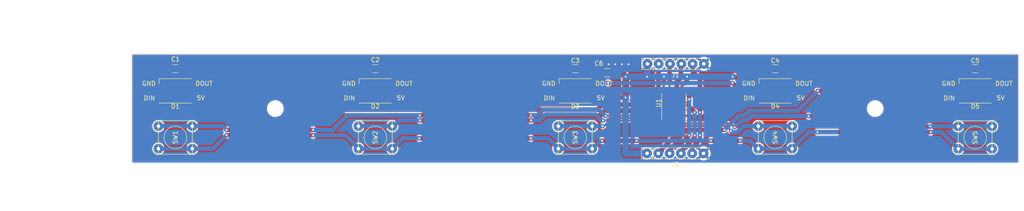
<source format=kicad_pcb>
(kicad_pcb (version 20171130) (host pcbnew "(5.1.6)-1")
  (layers (0 F.Cu signal) (31 B.Cu signal) (34 B.Paste user hide) (35 F.Paste user hide) (36 B.SilkS user hide) (37 F.SilkS user) (38 B.Mask user hide) (39 F.Mask user hide) (44 Edge.Cuts user))
  (net 0 "")
  (net 1 +5V)
  (net 2 GND)
  (net 3 DIN)
  (net 4 "Net-(D1-Pad2)")
  (net 5 "Net-(D2-Pad2)")
  (net 6 "Net-(D3-Pad2)")
  (net 7 "Net-(D4-Pad2)")
  (net 8 DOUT)
  (net 9 CLK)
  (net 10 SWIN)
  (net 11 SW)
  (net 12 SWOUT)
  (net 13 "Net-(SW1-Pad1)")
  (net 14 "Net-(SW2-Pad1)")
  (net 15 "Net-(SW3-Pad1)")
  (net 16 "Net-(SW4-Pad1)")
  (net 17 "Net-(SW5-Pad1)")
  (net 18 "Net-(U1-Pad6)")
  (net 19 "Net-(U1-Pad7)")
  (net 20 "Net-(U1-Pad15)")
  (module 0_my_footprints:myMountingHole_3.2mm_M3 (layer F.Cu) (at 32.5 -12.5)
    (fp_text reference REF**)
    (fp_text value myMountingHole_3.2mm_M3)
    (pad "" np_thru_hole circle (at 0 0) (size 3.2 3.2) (drill 3.2) (layers *.Cu *.Mask))
  )
  (module 0_my_footprints:myMountingHole_3.2mm_M3 (layer F.Cu) (at 167.5 -12.5)
    (fp_text reference REF**)
    (fp_text value myMountingHole_3.2mm_M3)
    (pad "" np_thru_hole circle (at 0 0) (size 3.2 3.2) (drill 3.2) (layers *.Cu *.Mask))
  )
  (module 0_my_footprints:myWS2812 (layer F.Cu) (at 10 -16.5 180)
    (fp_text reference D1 (at 0 -3.5) (layer F.SilkS))
    (fp_text value WS2812B)
    (fp_line (start 3.65 2.75) (end 3.65 1.6) (layer F.SilkS) (width 0.12))
    (fp_line (start -3.65 2.75) (end 3.65 2.75) (layer F.SilkS) (width 0.12))
    (fp_line (start -3.65 -2.75) (end 3.65 -2.75) (layer F.SilkS) (width 0.12))
    (fp_text user 5V (at -5.715 -1.6) (layer F.SilkS))
    (fp_text user GND (at 5.969 1.651) (layer F.SilkS))
    (fp_text user DIN (at 5.842 -1.651) (layer F.SilkS))
    (fp_text user DOUT (at -6.477 1.651) (layer F.SilkS))
    (pad 3 smd rect (at 2.95 1.6 180) (size 3 1.5) (layers F.Cu F.Paste F.Mask) (net 2 GND))
    (pad 4 smd rect (at 2.95 -1.6 180) (size 3 1.5) (layers F.Cu F.Paste F.Mask) (net 3 DIN))
    (pad 2 smd rect (at -2.95 1.6 180) (size 3 1.5) (layers F.Cu F.Paste F.Mask) (net 4 "Net-(D1-Pad2)"))
    (pad 1 smd rect (at -2.95 -1.6 180) (size 3 1.5) (layers F.Cu F.Paste F.Mask) (net 1 +5V))
  )
  (module 0_my_footprints:myWS2812 (layer F.Cu) (at 55 -16.5 180)
    (fp_text reference D2 (at 0 -3.5) (layer F.SilkS))
    (fp_text value WS2812B)
    (fp_line (start -3.65 -2.75) (end 3.65 -2.75) (layer F.SilkS) (width 0.12))
    (fp_line (start -3.65 2.75) (end 3.65 2.75) (layer F.SilkS) (width 0.12))
    (fp_line (start 3.65 2.75) (end 3.65 1.6) (layer F.SilkS) (width 0.12))
    (fp_text user DOUT (at -6.477 1.651) (layer F.SilkS))
    (fp_text user DIN (at 5.842 -1.651) (layer F.SilkS))
    (fp_text user GND (at 5.969 1.651) (layer F.SilkS))
    (fp_text user 5V (at -5.715 -1.6) (layer F.SilkS))
    (pad 1 smd rect (at -2.95 -1.6 180) (size 3 1.5) (layers F.Cu F.Paste F.Mask) (net 1 +5V))
    (pad 2 smd rect (at -2.95 1.6 180) (size 3 1.5) (layers F.Cu F.Paste F.Mask) (net 5 "Net-(D2-Pad2)"))
    (pad 4 smd rect (at 2.95 -1.6 180) (size 3 1.5) (layers F.Cu F.Paste F.Mask) (net 4 "Net-(D1-Pad2)"))
    (pad 3 smd rect (at 2.95 1.6 180) (size 3 1.5) (layers F.Cu F.Paste F.Mask) (net 2 GND))
  )
  (module 0_my_footprints:myWS2812 (layer F.Cu) (at 100 -16.5 180)
    (fp_text reference D3 (at 0 -3.5) (layer F.SilkS))
    (fp_text value WS2812B)
    (fp_line (start 3.65 2.75) (end 3.65 1.6) (layer F.SilkS) (width 0.12))
    (fp_line (start -3.65 2.75) (end 3.65 2.75) (layer F.SilkS) (width 0.12))
    (fp_line (start -3.65 -2.75) (end 3.65 -2.75) (layer F.SilkS) (width 0.12))
    (fp_text user 5V (at -5.715 -1.6) (layer F.SilkS))
    (fp_text user GND (at 5.969 1.651) (layer F.SilkS))
    (fp_text user DIN (at 5.842 -1.651) (layer F.SilkS))
    (fp_text user DOUT (at -6.477 1.651) (layer F.SilkS))
    (pad 3 smd rect (at 2.95 1.6 180) (size 3 1.5) (layers F.Cu F.Paste F.Mask) (net 2 GND))
    (pad 4 smd rect (at 2.95 -1.6 180) (size 3 1.5) (layers F.Cu F.Paste F.Mask) (net 5 "Net-(D2-Pad2)"))
    (pad 2 smd rect (at -2.95 1.6 180) (size 3 1.5) (layers F.Cu F.Paste F.Mask) (net 6 "Net-(D3-Pad2)"))
    (pad 1 smd rect (at -2.95 -1.6 180) (size 3 1.5) (layers F.Cu F.Paste F.Mask) (net 1 +5V))
  )
  (module 0_my_footprints:myWS2812 (layer F.Cu) (at 145 -16.5 180)
    (fp_text reference D4 (at 0 -3.5) (layer F.SilkS))
    (fp_text value WS2812B)
    (fp_line (start -3.65 -2.75) (end 3.65 -2.75) (layer F.SilkS) (width 0.12))
    (fp_line (start -3.65 2.75) (end 3.65 2.75) (layer F.SilkS) (width 0.12))
    (fp_line (start 3.65 2.75) (end 3.65 1.6) (layer F.SilkS) (width 0.12))
    (fp_text user DOUT (at -6.477 1.651) (layer F.SilkS))
    (fp_text user DIN (at 5.842 -1.651) (layer F.SilkS))
    (fp_text user GND (at 5.969 1.651) (layer F.SilkS))
    (fp_text user 5V (at -5.715 -1.6) (layer F.SilkS))
    (pad 1 smd rect (at -2.95 -1.6 180) (size 3 1.5) (layers F.Cu F.Paste F.Mask) (net 1 +5V))
    (pad 2 smd rect (at -2.95 1.6 180) (size 3 1.5) (layers F.Cu F.Paste F.Mask) (net 7 "Net-(D4-Pad2)"))
    (pad 4 smd rect (at 2.95 -1.6 180) (size 3 1.5) (layers F.Cu F.Paste F.Mask) (net 6 "Net-(D3-Pad2)"))
    (pad 3 smd rect (at 2.95 1.6 180) (size 3 1.5) (layers F.Cu F.Paste F.Mask) (net 2 GND))
  )
  (module 0_my_footprints:myWS2812 (layer F.Cu) (at 190 -16.5 180)
    (fp_text reference D5 (at 0 -3.5) (layer F.SilkS))
    (fp_text value WS2812B)
    (fp_line (start 3.65 2.75) (end 3.65 1.6) (layer F.SilkS) (width 0.12))
    (fp_line (start -3.65 2.75) (end 3.65 2.75) (layer F.SilkS) (width 0.12))
    (fp_line (start -3.65 -2.75) (end 3.65 -2.75) (layer F.SilkS) (width 0.12))
    (fp_text user 5V (at -5.715 -1.6) (layer F.SilkS))
    (fp_text user GND (at 5.969 1.651) (layer F.SilkS))
    (fp_text user DIN (at 5.842 -1.651) (layer F.SilkS))
    (fp_text user DOUT (at -6.477 1.651) (layer F.SilkS))
    (pad 3 smd rect (at 2.95 1.6 180) (size 3 1.5) (layers F.Cu F.Paste F.Mask) (net 2 GND))
    (pad 4 smd rect (at 2.95 -1.6 180) (size 3 1.5) (layers F.Cu F.Paste F.Mask) (net 7 "Net-(D4-Pad2)"))
    (pad 2 smd rect (at -2.95 1.6 180) (size 3 1.5) (layers F.Cu F.Paste F.Mask) (net 8 DOUT))
    (pad 1 smd rect (at -2.95 -1.6 180) (size 3 1.5) (layers F.Cu F.Paste F.Mask) (net 1 +5V))
  )
  (module 0_my_footprints:my6Pin-08mm (layer F.Cu) (at 122.59 -22.6)
    (fp_text reference J1 (at 0 2.54) (layer F.SilkS))
    (fp_text value Conn_01x06)
    (fp_line (start -7.62 -1.27) (end -7.62 1.27) (layer F.SilkS) (width 0.12))
    (fp_line (start -7.62 1.27) (end 7.62 1.27) (layer F.SilkS) (width 0.12))
    (fp_line (start 7.62 1.27) (end 7.62 -1.27) (layer F.SilkS) (width 0.12))
    (fp_line (start 7.62 -1.27) (end -7.62 -1.27) (layer F.SilkS) (width 0.12))
    (fp_line (start -7.62 -1.27) (end -5.08 -1.27) (layer F.SilkS) (width 0.12))
    (fp_line (start -5.08 -1.27) (end -5.08 1.27) (layer F.SilkS) (width 0.12))
    (pad 1 thru_hole circle (at -6.35 0) (size 2.2 2.2) (drill 0.8) (layers *.Cu *.Mask) (net 1 +5V))
    (pad 2 thru_hole circle (at -3.81 0) (size 2.2 2.2) (drill 0.8) (layers *.Cu *.Mask) (net 3 DIN))
    (pad 3 thru_hole circle (at -1.27 0) (size 2.2 2.2) (drill 0.8) (layers *.Cu *.Mask) (net 10 SWIN))
    (pad 4 thru_hole circle (at 1.27 0) (size 2.2 2.2) (drill 0.8) (layers *.Cu *.Mask) (net 9 CLK))
    (pad 5 thru_hole circle (at 3.81 0) (size 2.2 2.2) (drill 0.8) (layers *.Cu *.Mask) (net 11 SW))
    (pad 6 thru_hole circle (at 6.35 0) (size 2.2 2.2) (drill 0.8) (layers *.Cu *.Mask) (net 2 GND))
  )
  (module 0_my_footprints:my6Pin-08mm (layer F.Cu) (at 122.5 -2.4)
    (fp_text reference J2 (at 0 2.54) (layer F.SilkS))
    (fp_text value Conn_01x06)
    (fp_line (start -5.08 -1.27) (end -5.08 1.27) (layer F.SilkS) (width 0.12))
    (fp_line (start -7.62 -1.27) (end -5.08 -1.27) (layer F.SilkS) (width 0.12))
    (fp_line (start 7.62 -1.27) (end -7.62 -1.27) (layer F.SilkS) (width 0.12))
    (fp_line (start 7.62 1.27) (end 7.62 -1.27) (layer F.SilkS) (width 0.12))
    (fp_line (start -7.62 1.27) (end 7.62 1.27) (layer F.SilkS) (width 0.12))
    (fp_line (start -7.62 -1.27) (end -7.62 1.27) (layer F.SilkS) (width 0.12))
    (pad 6 thru_hole circle (at 6.35 0) (size 2.2 2.2) (drill 0.8) (layers *.Cu *.Mask) (net 2 GND))
    (pad 5 thru_hole circle (at 3.81 0) (size 2.2 2.2) (drill 0.8) (layers *.Cu *.Mask) (net 11 SW))
    (pad 4 thru_hole circle (at 1.27 0) (size 2.2 2.2) (drill 0.8) (layers *.Cu *.Mask) (net 9 CLK))
    (pad 3 thru_hole circle (at -1.27 0) (size 2.2 2.2) (drill 0.8) (layers *.Cu *.Mask) (net 12 SWOUT))
    (pad 2 thru_hole circle (at -3.81 0) (size 2.2 2.2) (drill 0.8) (layers *.Cu *.Mask) (net 8 DOUT))
    (pad 1 thru_hole circle (at -6.35 0) (size 2.2 2.2) (drill 0.8) (layers *.Cu *.Mask) (net 1 +5V))
  )
  (module 0_my_footprints:mySwitchSoft (layer F.Cu) (at 10 -6 270)
    (fp_text reference SW1 (at 0 0 90) (layer F.SilkS))
    (fp_text value SW1)
    (fp_line (start -3.81 -3.81) (end -3.81 3.81) (layer F.SilkS) (width 0.12))
    (fp_line (start -3.81 3.81) (end 3.81 3.81) (layer F.SilkS) (width 0.12))
    (fp_line (start 3.81 3.81) (end 3.81 -3.81) (layer F.SilkS) (width 0.12))
    (fp_line (start 3.81 -3.81) (end -3.81 -3.81) (layer F.SilkS) (width 0.12))
    (fp_circle (center 0 0) (end 0 -2.54) (layer F.SilkS) (width 0.12))
    (pad 1 thru_hole circle (at -2.54 3.81 270) (size 2.2 2.2) (drill 0.8) (layers *.Cu *.Mask) (net 13 "Net-(SW1-Pad1)"))
    (pad 2 thru_hole circle (at 2.54 3.81 270) (size 2.2 2.2) (drill 0.8) (layers *.Cu *.Mask) (net 11 SW))
    (pad 1 thru_hole circle (at -2.54 -3.81 270) (size 2.2 2.2) (drill 0.8) (layers *.Cu *.Mask) (net 13 "Net-(SW1-Pad1)"))
    (pad 2 thru_hole circle (at 2.54 -3.81 270) (size 2.2 2.2) (drill 0.8) (layers *.Cu *.Mask) (net 11 SW))
  )
  (module 0_my_footprints:mySwitchSoft (layer F.Cu) (at 55 -6 270)
    (fp_text reference SW2 (at 0 0 90) (layer F.SilkS))
    (fp_text value SW1)
    (fp_circle (center 0 0) (end 0 -2.54) (layer F.SilkS) (width 0.12))
    (fp_line (start 3.81 -3.81) (end -3.81 -3.81) (layer F.SilkS) (width 0.12))
    (fp_line (start 3.81 3.81) (end 3.81 -3.81) (layer F.SilkS) (width 0.12))
    (fp_line (start -3.81 3.81) (end 3.81 3.81) (layer F.SilkS) (width 0.12))
    (fp_line (start -3.81 -3.81) (end -3.81 3.81) (layer F.SilkS) (width 0.12))
    (pad 2 thru_hole circle (at 2.54 -3.81 270) (size 2.2 2.2) (drill 0.8) (layers *.Cu *.Mask) (net 11 SW))
    (pad 1 thru_hole circle (at -2.54 -3.81 270) (size 2.2 2.2) (drill 0.8) (layers *.Cu *.Mask) (net 14 "Net-(SW2-Pad1)"))
    (pad 2 thru_hole circle (at 2.54 3.81 270) (size 2.2 2.2) (drill 0.8) (layers *.Cu *.Mask) (net 11 SW))
    (pad 1 thru_hole circle (at -2.54 3.81 270) (size 2.2 2.2) (drill 0.8) (layers *.Cu *.Mask) (net 14 "Net-(SW2-Pad1)"))
  )
  (module 0_my_footprints:mySwitchSoft (layer F.Cu) (at 100 -6 270)
    (fp_text reference SW3 (at 0 0 90) (layer F.SilkS))
    (fp_text value SW1)
    (fp_line (start -3.81 -3.81) (end -3.81 3.81) (layer F.SilkS) (width 0.12))
    (fp_line (start -3.81 3.81) (end 3.81 3.81) (layer F.SilkS) (width 0.12))
    (fp_line (start 3.81 3.81) (end 3.81 -3.81) (layer F.SilkS) (width 0.12))
    (fp_line (start 3.81 -3.81) (end -3.81 -3.81) (layer F.SilkS) (width 0.12))
    (fp_circle (center 0 0) (end 0 -2.54) (layer F.SilkS) (width 0.12))
    (pad 1 thru_hole circle (at -2.54 3.81 270) (size 2.2 2.2) (drill 0.8) (layers *.Cu *.Mask) (net 15 "Net-(SW3-Pad1)"))
    (pad 2 thru_hole circle (at 2.54 3.81 270) (size 2.2 2.2) (drill 0.8) (layers *.Cu *.Mask) (net 11 SW))
    (pad 1 thru_hole circle (at -2.54 -3.81 270) (size 2.2 2.2) (drill 0.8) (layers *.Cu *.Mask) (net 15 "Net-(SW3-Pad1)"))
    (pad 2 thru_hole circle (at 2.54 -3.81 270) (size 2.2 2.2) (drill 0.8) (layers *.Cu *.Mask) (net 11 SW))
  )
  (module 0_my_footprints:mySwitchSoft (layer F.Cu) (at 145 -6 270)
    (fp_text reference SW4 (at 0 0 90) (layer F.SilkS))
    (fp_text value SW1)
    (fp_circle (center 0 0) (end 0 -2.54) (layer F.SilkS) (width 0.12))
    (fp_line (start 3.81 -3.81) (end -3.81 -3.81) (layer F.SilkS) (width 0.12))
    (fp_line (start 3.81 3.81) (end 3.81 -3.81) (layer F.SilkS) (width 0.12))
    (fp_line (start -3.81 3.81) (end 3.81 3.81) (layer F.SilkS) (width 0.12))
    (fp_line (start -3.81 -3.81) (end -3.81 3.81) (layer F.SilkS) (width 0.12))
    (pad 2 thru_hole circle (at 2.54 -3.81 270) (size 2.2 2.2) (drill 0.8) (layers *.Cu *.Mask) (net 11 SW))
    (pad 1 thru_hole circle (at -2.54 -3.81 270) (size 2.2 2.2) (drill 0.8) (layers *.Cu *.Mask) (net 16 "Net-(SW4-Pad1)"))
    (pad 2 thru_hole circle (at 2.54 3.81 270) (size 2.2 2.2) (drill 0.8) (layers *.Cu *.Mask) (net 11 SW))
    (pad 1 thru_hole circle (at -2.54 3.81 270) (size 2.2 2.2) (drill 0.8) (layers *.Cu *.Mask) (net 16 "Net-(SW4-Pad1)"))
  )
  (module 0_my_footprints:mySwitchSoft (layer F.Cu) (at 190 -5.96 270)
    (fp_text reference SW5 (at 0 0 90) (layer F.SilkS))
    (fp_text value SW1)
    (fp_line (start -3.81 -3.81) (end -3.81 3.81) (layer F.SilkS) (width 0.12))
    (fp_line (start -3.81 3.81) (end 3.81 3.81) (layer F.SilkS) (width 0.12))
    (fp_line (start 3.81 3.81) (end 3.81 -3.81) (layer F.SilkS) (width 0.12))
    (fp_line (start 3.81 -3.81) (end -3.81 -3.81) (layer F.SilkS) (width 0.12))
    (fp_circle (center 0 0) (end 0 -2.54) (layer F.SilkS) (width 0.12))
    (pad 1 thru_hole circle (at -2.54 3.81 270) (size 2.2 2.2) (drill 0.8) (layers *.Cu *.Mask) (net 17 "Net-(SW5-Pad1)"))
    (pad 2 thru_hole circle (at 2.54 3.81 270) (size 2.2 2.2) (drill 0.8) (layers *.Cu *.Mask) (net 11 SW))
    (pad 1 thru_hole circle (at -2.54 -3.81 270) (size 2.2 2.2) (drill 0.8) (layers *.Cu *.Mask) (net 17 "Net-(SW5-Pad1)"))
    (pad 2 thru_hole circle (at 2.54 -3.81 270) (size 2.2 2.2) (drill 0.8) (layers *.Cu *.Mask) (net 11 SW))
  )
  (module Package_SO:TSSOP-16_4.4x5mm_P0.65mm (layer F.Cu) (at 122.2 -13.75 90)
    (fp_text reference U1 (at 0 -3.45 90) (layer F.SilkS))
    (fp_text value 74HC595)
    (fp_line (start 0 2.735) (end 2.2 2.735) (layer F.SilkS) (width 0.12))
    (fp_line (start 0 2.735) (end -2.2 2.735) (layer F.SilkS) (width 0.12))
    (fp_line (start 0 -2.735) (end 2.2 -2.735) (layer F.SilkS) (width 0.12))
    (fp_line (start 0 -2.735) (end -3.6 -2.735) (layer F.SilkS) (width 0.12))
    (pad 1 smd roundrect (at -2.8625 -2.275 90) (size 1.475 0.4) (layers F.Cu F.Paste F.Mask) (net 13 "Net-(SW1-Pad1)"))
    (pad 2 smd roundrect (at -2.8625 -1.625 90) (size 1.475 0.4) (layers F.Cu F.Paste F.Mask) (net 14 "Net-(SW2-Pad1)"))
    (pad 3 smd roundrect (at -2.8625 -0.975 90) (size 1.475 0.4) (layers F.Cu F.Paste F.Mask) (net 15 "Net-(SW3-Pad1)"))
    (pad 4 smd roundrect (at -2.8625 -0.325 90) (size 1.475 0.4) (layers F.Cu F.Paste F.Mask) (net 16 "Net-(SW4-Pad1)"))
    (pad 5 smd roundrect (at -2.8625 0.325 90) (size 1.475 0.4) (layers F.Cu F.Paste F.Mask) (net 17 "Net-(SW5-Pad1)"))
    (pad 6 smd roundrect (at -2.8625 0.975 90) (size 1.475 0.4) (layers F.Cu F.Paste F.Mask) (net 18 "Net-(U1-Pad6)"))
    (pad 7 smd roundrect (at -2.8625 1.625 90) (size 1.475 0.4) (layers F.Cu F.Paste F.Mask) (net 19 "Net-(U1-Pad7)"))
    (pad 8 smd roundrect (at -2.8625 2.275 90) (size 1.475 0.4) (layers F.Cu F.Paste F.Mask) (net 2 GND))
    (pad 9 smd roundrect (at 2.8625 2.275 90) (size 1.475 0.4) (layers F.Cu F.Paste F.Mask) (net 12 SWOUT))
    (pad 10 smd roundrect (at 2.8625 1.625 90) (size 1.475 0.4) (layers F.Cu F.Paste F.Mask) (net 1 +5V))
    (pad 11 smd roundrect (at 2.8625 0.975 90) (size 1.475 0.4) (layers F.Cu F.Paste F.Mask) (net 9 CLK))
    (pad 12 smd roundrect (at 2.8625 0.325 90) (size 1.475 0.4) (layers F.Cu F.Paste F.Mask) (net 9 CLK))
    (pad 13 smd roundrect (at 2.8625 -0.325 90) (size 1.475 0.4) (layers F.Cu F.Paste F.Mask) (net 2 GND))
    (pad 14 smd roundrect (at 2.8625 -0.975 90) (size 1.475 0.4) (layers F.Cu F.Paste F.Mask) (net 10 SWIN))
    (pad 15 smd roundrect (at 2.8625 -1.625 90) (size 1.475 0.4) (layers F.Cu F.Paste F.Mask) (net 20 "Net-(U1-Pad15)"))
    (pad 16 smd roundrect (at 2.8625 -2.275 90) (size 1.475 0.4) (layers F.Cu F.Paste F.Mask) (net 1 +5V))
  )
  (module Capacitor_SMD:C_1206_3216Metric_Pad1.42x1.75mm_HandSolder (layer F.Cu) (at 10 -21.5)
    (fp_text reference C1 (at 0.024999 -2.145001) (layer F.SilkS))
    (fp_text value 100nf)
    (fp_line (start -0.602064 -0.91) (end 0.602064 -0.91) (layer F.SilkS) (width 0.12))
    (fp_line (start -0.602064 0.91) (end 0.602064 0.91) (layer F.SilkS) (width 0.12))
    (pad 1 smd roundrect (at -1.4875 0) (size 1.425 1.75) (layers F.Cu F.Paste F.Mask) (roundrect_rratio 0.175439) (net 1 +5V))
    (pad 2 smd roundrect (at 1.4875 0) (size 1.425 1.75) (layers F.Cu F.Paste F.Mask) (roundrect_rratio 0.175439) (net 2 GND))
  )
  (module Capacitor_SMD:C_1206_3216Metric_Pad1.42x1.75mm_HandSolder (layer F.Cu) (at 55 -21.5)
    (fp_text reference C2 (at 0 -2) (layer F.SilkS))
    (fp_text value 100nf)
    (fp_line (start -0.602064 -0.91) (end 0.602064 -0.91) (layer F.SilkS) (width 0.12))
    (fp_line (start -0.602064 0.91) (end 0.602064 0.91) (layer F.SilkS) (width 0.12))
    (pad 1 smd roundrect (at -1.4875 0) (size 1.425 1.75) (layers F.Cu F.Paste F.Mask) (roundrect_rratio 0.175439) (net 1 +5V))
    (pad 2 smd roundrect (at 1.4875 0) (size 1.425 1.75) (layers F.Cu F.Paste F.Mask) (roundrect_rratio 0.175439) (net 2 GND))
  )
  (module Capacitor_SMD:C_1206_3216Metric_Pad1.42x1.75mm_HandSolder (layer F.Cu) (at 100 -21.5)
    (fp_text reference C3 (at 0 -1.82) (layer F.SilkS))
    (fp_text value 100nf)
    (fp_line (start -0.602064 0.91) (end 0.602064 0.91) (layer F.SilkS) (width 0.12))
    (fp_line (start -0.602064 -0.91) (end 0.602064 -0.91) (layer F.SilkS) (width 0.12))
    (pad 2 smd roundrect (at 1.4875 0) (size 1.425 1.75) (layers F.Cu F.Paste F.Mask) (roundrect_rratio 0.175439) (net 2 GND))
    (pad 1 smd roundrect (at -1.4875 0) (size 1.425 1.75) (layers F.Cu F.Paste F.Mask) (roundrect_rratio 0.175439) (net 1 +5V))
  )
  (module Capacitor_SMD:C_1206_3216Metric_Pad1.42x1.75mm_HandSolder (layer F.Cu) (at 145 -21.5)
    (fp_text reference C4 (at 0 -1.82) (layer F.SilkS))
    (fp_text value 100nf)
    (fp_line (start -0.602064 0.91) (end 0.602064 0.91) (layer F.SilkS) (width 0.12))
    (fp_line (start -0.602064 -0.91) (end 0.602064 -0.91) (layer F.SilkS) (width 0.12))
    (pad 2 smd roundrect (at 1.4875 0) (size 1.425 1.75) (layers F.Cu F.Paste F.Mask) (roundrect_rratio 0.175439) (net 2 GND))
    (pad 1 smd roundrect (at -1.4875 0) (size 1.425 1.75) (layers F.Cu F.Paste F.Mask) (roundrect_rratio 0.175439) (net 1 +5V))
  )
  (module Capacitor_SMD:C_1206_3216Metric_Pad1.42x1.75mm_HandSolder (layer F.Cu) (at 190 -21.5)
    (fp_text reference C5 (at 0 -1.82) (layer F.SilkS))
    (fp_text value 100nf)
    (fp_line (start -0.602064 -0.91) (end 0.602064 -0.91) (layer F.SilkS) (width 0.12))
    (fp_line (start -0.602064 0.91) (end 0.602064 0.91) (layer F.SilkS) (width 0.12))
    (pad 1 smd roundrect (at -1.4875 0) (size 1.425 1.75) (layers F.Cu F.Paste F.Mask) (roundrect_rratio 0.175439) (net 1 +5V))
    (pad 2 smd roundrect (at 1.4875 0) (size 1.425 1.75) (layers F.Cu F.Paste F.Mask) (roundrect_rratio 0.175439) (net 2 GND))
  )
  (module Capacitor_SMD:C_1206_3216Metric_Pad1.42x1.75mm_HandSolder (layer F.Cu) (at 107.2125 -20.6 180)
    (fp_text reference C6 (at 1.9125 2.1) (layer F.SilkS))
    (fp_text value 10uf)
    (fp_line (start -0.602064 0.91) (end 0.602064 0.91) (layer F.SilkS) (width 0.12))
    (fp_line (start -0.602064 -0.91) (end 0.602064 -0.91) (layer F.SilkS) (width 0.12))
    (pad 2 smd roundrect (at 1.4875 0 180) (size 1.425 1.75) (layers F.Cu F.Paste F.Mask) (roundrect_rratio 0.175439) (net 2 GND))
    (pad 1 smd roundrect (at -1.4875 0 180) (size 1.425 1.75) (layers F.Cu F.Paste F.Mask) (roundrect_rratio 0.175439) (net 1 +5V))
  )
  (gr_line (start 200 -25) (end 0 -25) (layer Edge.Cuts) (width 0.05))
  (gr_line (start 200 0) (end 200 -25) (layer Edge.Cuts) (width 0.05))
  (gr_line (start 0 0) (end 200 0) (layer Edge.Cuts) (width 0.05))
  (gr_line (start 0 -25) (end 0 0) (layer Edge.Cuts) (width 0.05))
  (segment (start 116.15 -22.2) (end 116.15 -19.7) (width 1.5) (layer B.Cu) (net 1))
  (segment (start 116.15 -19.7) (end 116.15 -19.7) (width 1.5) (layer B.Cu) (net 1))
  (segment (start 116.15 -19.7) (end 111.35 -19.7) (width 1.5) (layer B.Cu) (net 1))
  (segment (start 119.925 -16.6125) (end 119.925 -19.725) (width 0.4) (layer F.Cu) (net 1))
  (segment (start 119.925 -19.725) (end 119.925 -18.275) (width 1) (layer F.Cu) (net 1))
  (segment (start 123.825 -16.6125) (end 123.825 -17.407124) (width 0.4) (layer F.Cu) (net 1))
  (segment (start 124.917876 -18.5) (end 124.917876 -19.632124) (width 0.4) (layer F.Cu) (net 1))
  (segment (start 124.608938 -18.191062) (end 124.917876 -18.5) (width 1) (layer F.Cu) (net 1))
  (segment (start 123.825 -17.407124) (end 124.608938 -18.191062) (width 0.4) (layer F.Cu) (net 1))
  (segment (start 124.641062 -18.191062) (end 124.608938 -18.191062) (width 1) (layer F.Cu) (net 1))
  (segment (start 125.10999 -19.8) (end 125.10999 -18.65999) (width 1) (layer F.Cu) (net 1))
  (segment (start 125.10999 -18.65999) (end 124.641062 -18.191062) (width 1) (layer F.Cu) (net 1))
  (via (at 125.15 -19.7) (size 0.8) (drill 0.4) (layers F.Cu B.Cu) (net 1))
  (segment (start 119.95 -19.7) (end 125.15 -19.7) (width 1.5) (layer B.Cu) (net 1))
  (via (at 119.95 -19.7) (size 0.8) (drill 0.4) (layers F.Cu B.Cu) (net 1))
  (segment (start 111.35 -19.7) (end 111.35 -19.7) (width 1.5) (layer B.Cu) (net 1))
  (via (at 111.35 -19.7) (size 0.8) (drill 0.4) (layers F.Cu B.Cu) (net 1))
  (via (at 135.4 -19.7) (size 0.8) (drill 0.4) (layers F.Cu B.Cu) (net 1))
  (segment (start 116.15 -19.7) (end 119.95 -19.7) (width 1.5) (layer B.Cu) (net 1))
  (via (at 116.15 -19.7) (size 0.8) (drill 0.4) (layers F.Cu B.Cu) (net 1))
  (segment (start 125.15 -19.7) (end 135.4 -19.7) (width 1.5) (layer B.Cu) (net 1))
  (segment (start 12.95 -14.9) (end 13.1 -14.9) (width 1) (layer F.Cu) (net 1))
  (segment (start 57.95 -14.9) (end 57.95 -13.45) (width 1) (layer F.Cu) (net 1))
  (segment (start 191.74999 -14.45) (end 190.5 -13.20001) (width 1) (layer F.Cu) (net 1))
  (segment (start 192.95 -14.9) (end 192.95 -14.45) (width 1) (layer F.Cu) (net 1))
  (segment (start 135.965685 -19.7) (end 139.165685 -16.5) (width 1) (layer F.Cu) (net 1))
  (segment (start 135.4 -19.7) (end 135.965685 -19.7) (width 1) (layer F.Cu) (net 1))
  (segment (start 139.165685 -16.5) (end 144.9 -16.5) (width 1) (layer F.Cu) (net 1))
  (segment (start 144.9 -16.5) (end 146.5 -14.9) (width 1) (layer F.Cu) (net 1))
  (segment (start 146.5 -14.9) (end 147.6 -14.9) (width 1) (layer F.Cu) (net 1))
  (segment (start 116.15 -2.4) (end 111.3 -2.4) (width 1.5) (layer B.Cu) (net 1))
  (via (at 111.3 -15) (size 0.8) (drill 0.4) (layers F.Cu B.Cu) (net 1))
  (segment (start 26.40293 -14.9) (end 29.70294 -18.20001) (width 1) (layer F.Cu) (net 1))
  (segment (start 26.40293 -14.9) (end 26.4 -14.9) (width 1) (layer F.Cu) (net 1))
  (segment (start 26.4 -14.9) (end 26.1 -14.6) (width 1) (layer F.Cu) (net 1))
  (segment (start 26.1 -14.6) (end 14.2 -14.6) (width 1) (layer F.Cu) (net 1))
  (segment (start 111.3 -15) (end 104 -15) (width 1) (layer F.Cu) (net 1))
  (segment (start 111.35 -15.05) (end 111.3 -15) (width 1.5) (layer F.Cu) (net 1))
  (segment (start 111.35 -19.7) (end 111.35 -15.05) (width 1.5) (layer F.Cu) (net 1))
  (segment (start 111.3 -2.4) (end 111.3 -15) (width 1.5) (layer B.Cu) (net 1))
  (segment (start 99.349979 -13.449999) (end 94.989998 -13.45) (width 1) (layer F.Cu) (net 1))
  (segment (start 94.989998 -13.45) (end 57.95 -13.45) (width 1) (layer F.Cu) (net 1))
  (segment (start 102.95 -14.9) (end 100.79998 -14.9) (width 1) (layer F.Cu) (net 1))
  (segment (start 100.79998 -14.9) (end 99.349979 -13.449999) (width 1) (layer F.Cu) (net 1))
  (segment (start 57.95 -13.45) (end 40.05 -13.45) (width 1) (layer F.Cu) (net 1))
  (segment (start 35.29706 -18.20001) (end 34.39999 -18.20001) (width 1) (layer F.Cu) (net 1))
  (segment (start 39.59707 -13.9) (end 35.29706 -18.20001) (width 1) (layer F.Cu) (net 1))
  (segment (start 39.6 -13.9) (end 39.59707 -13.9) (width 1) (layer F.Cu) (net 1))
  (segment (start 40.05 -13.45) (end 39.6 -13.9) (width 1) (layer F.Cu) (net 1))
  (segment (start 34.39999 -18.20001) (end 35.39999 -18.20001) (width 1) (layer F.Cu) (net 1))
  (segment (start 29.70294 -18.20001) (end 34.39999 -18.20001) (width 1) (layer F.Cu) (net 1))
  (segment (start 147.95 -14.9) (end 148.260002 -14.9) (width 1) (layer F.Cu) (net 1))
  (segment (start 148.260002 -14.9) (end 151.060012 -17.70001) (width 1) (layer F.Cu) (net 1))
  (segment (start 173.40001 -17.39706) (end 177.59706 -13.20001) (width 1) (layer F.Cu) (net 1))
  (segment (start 173.09999 -17.70001) (end 151.060012 -17.70001) (width 1) (layer F.Cu) (net 1))
  (segment (start 173.40001 -17.39999) (end 173.09999 -17.70001) (width 1) (layer F.Cu) (net 1))
  (segment (start 173.40001 -17.39706) (end 173.40001 -17.39999) (width 1) (layer F.Cu) (net 1))
  (segment (start 8.5125 -21.5) (end 8.5125 -20.9875) (width 1) (layer F.Cu) (net 1))
  (segment (start 8.5125 -20.9875) (end 10 -19.5) (width 1) (layer F.Cu) (net 1))
  (segment (start 10 -19.5) (end 10 -16.5) (width 1) (layer F.Cu) (net 1))
  (segment (start 10 -16.5) (end 11.5 -15) (width 1) (layer F.Cu) (net 1))
  (segment (start 53.5125 -21.5) (end 53.5125 -20.9875) (width 1) (layer F.Cu) (net 1))
  (segment (start 53.5125 -20.9875) (end 55 -19.5) (width 1) (layer F.Cu) (net 1))
  (segment (start 55 -19.5) (end 55 -17) (width 1) (layer F.Cu) (net 1))
  (segment (start 55 -17) (end 57 -15) (width 1) (layer F.Cu) (net 1))
  (segment (start 98.5125 -21.5) (end 98.5125 -21.4875) (width 1) (layer F.Cu) (net 1))
  (segment (start 100 -15.69998) (end 100.79998 -14.9) (width 1) (layer F.Cu) (net 1))
  (segment (start 100 -19.5) (end 100 -15.69998) (width 1) (layer F.Cu) (net 1))
  (segment (start 98.5125 -21.5) (end 98.5125 -20.9875) (width 1) (layer F.Cu) (net 1))
  (segment (start 98.5125 -20.9875) (end 100 -19.5) (width 1) (layer F.Cu) (net 1))
  (segment (start 143.5125 -21.5) (end 143.5125 -20.9875) (width 1) (layer F.Cu) (net 1))
  (segment (start 144.9 -19.6) (end 144.9 -16.5) (width 1) (layer F.Cu) (net 1))
  (segment (start 143.5125 -20.9875) (end 144.9 -19.6) (width 1) (layer F.Cu) (net 1))
  (segment (start 188.5125 -21.5) (end 188.5125 -20.9875) (width 1) (layer F.Cu) (net 1))
  (segment (start 188.5125 -20.9875) (end 190 -19.5) (width 1) (layer F.Cu) (net 1))
  (segment (start 190 -19.5) (end 190 -17) (width 1) (layer F.Cu) (net 1))
  (segment (start 190 -17) (end 192 -15) (width 1) (layer F.Cu) (net 1))
  (segment (start 177.59706 -13.20001) (end 190.5 -13.20001) (width 1) (layer F.Cu) (net 1))
  (segment (start 111.35 -19.7) (end 110.45 -20.6) (width 1.5) (layer F.Cu) (net 1))
  (segment (start 110.45 -20.6) (end 109 -20.6) (width 1.5) (layer F.Cu) (net 1))
  (via (at 112 -22.5) (size 0.8) (drill 0.4) (layers F.Cu B.Cu) (net 2))
  (via (at 110.5 -22.5) (size 0.8) (drill 0.4) (layers F.Cu B.Cu) (net 2))
  (via (at 109 -22.5) (size 0.8) (drill 0.4) (layers F.Cu B.Cu) (net 2))
  (via (at 107.5 -22.5) (size 0.8) (drill 0.4) (layers F.Cu B.Cu) (net 2))
  (segment (start 7.05 -14.9) (end 7.9 -14.9) (width 1) (layer F.Cu) (net 3))
  (segment (start 7.05 -14.9) (end 7.05 -15.05) (width 1) (layer F.Cu) (net 3))
  (segment (start 7.05 -14.9) (end 7.4 -14.9) (width 1) (layer F.Cu) (net 3))
  (segment (start 7.05 -14.9) (end 7.1 -14.9) (width 1) (layer F.Cu) (net 3))
  (segment (start 26.59706 -13.39999) (end 8.55001 -13.39999) (width 1) (layer F.Cu) (net 3))
  (segment (start 26.897061 -13.699991) (end 26.59706 -13.39999) (width 1) (layer F.Cu) (net 3))
  (segment (start 26.899991 -13.699991) (end 26.897061 -13.699991) (width 1) (layer F.Cu) (net 3))
  (segment (start 106.1 -13.4) (end 104.94999 -12.24999) (width 1) (layer F.Cu) (net 3))
  (segment (start 115.4 -13.4) (end 106.1 -13.4) (width 1) (layer F.Cu) (net 3))
  (segment (start 118.72499 -16.72499) (end 115.4 -13.4) (width 1) (layer F.Cu) (net 3))
  (segment (start 118.7 -20.84998) (end 118.72499 -20.82499) (width 1) (layer F.Cu) (net 3))
  (segment (start 8.55001 -13.39999) (end 7.05 -14.9) (width 1) (layer F.Cu) (net 3))
  (segment (start 118.72499 -20.82499) (end 118.72499 -16.72499) (width 1) (layer F.Cu) (net 3))
  (segment (start 34.8 -17) (end 30.2 -17) (width 1) (layer F.Cu) (net 3))
  (segment (start 104.94999 -12.24999) (end 39.55294 -12.24999) (width 1) (layer F.Cu) (net 3))
  (segment (start 39.55294 -12.24999) (end 39.102939 -12.699991) (width 1) (layer F.Cu) (net 3))
  (segment (start 39.102939 -12.699991) (end 39.100009 -12.699991) (width 1) (layer F.Cu) (net 3))
  (segment (start 39.100009 -12.699991) (end 34.8 -17) (width 1) (layer F.Cu) (net 3))
  (segment (start 30.2 -17) (end 26.899991 -13.699991) (width 1) (layer F.Cu) (net 3))
  (segment (start 12.95 -18.1) (end 13.4 -18.1) (width 1) (layer F.Cu) (net 4))
  (segment (start 40.09999 -15.10001) (end 40.54999 -14.65001) (width 1) (layer F.Cu) (net 4))
  (segment (start 16.139998 -15.860002) (end 16.19999 -15.80001) (width 1) (layer F.Cu) (net 4))
  (segment (start 15.5 -15.860002) (end 16.139998 -15.860002) (width 1) (layer F.Cu) (net 4))
  (segment (start 40.09413 -15.10001) (end 40.09999 -15.10001) (width 1) (layer F.Cu) (net 4))
  (segment (start 16.19999 -15.80001) (end 25.60587 -15.80001) (width 1) (layer F.Cu) (net 4))
  (segment (start 12.95 -18.1) (end 13.260002 -18.1) (width 1) (layer F.Cu) (net 4))
  (segment (start 36.6 -18.59414) (end 40.09413 -15.10001) (width 1) (layer F.Cu) (net 4))
  (segment (start 40.54999 -14.65001) (end 51.8 -14.65001) (width 1) (layer F.Cu) (net 4))
  (segment (start 25.60587 -15.80001) (end 29.20588 -19.40002) (width 1) (layer F.Cu) (net 4))
  (segment (start 29.20588 -19.40002) (end 35.897051 -19.400019) (width 1) (layer F.Cu) (net 4))
  (segment (start 13.260002 -18.1) (end 15.5 -15.860002) (width 1) (layer F.Cu) (net 4))
  (segment (start 35.897051 -19.400019) (end 36.6 -18.69707) (width 1) (layer F.Cu) (net 4))
  (segment (start 36.6 -18.69707) (end 36.6 -18.59414) (width 1) (layer F.Cu) (net 4))
  (segment (start 57.95 -18.1) (end 58.260002 -18.1) (width 1) (layer F.Cu) (net 5))
  (segment (start 63.1 -14.9) (end 59.9 -18.1) (width 1) (layer F.Cu) (net 5))
  (segment (start 59.9 -18.1) (end 58 -18.1) (width 1) (layer F.Cu) (net 5))
  (segment (start 63.1 -14.75) (end 63.19999 -14.65001) (width 1) (layer F.Cu) (net 5))
  (segment (start 63.1 -14.9) (end 63.1 -14.75) (width 1) (layer F.Cu) (net 5))
  (segment (start 63.19999 -14.65001) (end 95.599991 -14.650009) (width 1) (layer F.Cu) (net 5))
  (segment (start 95.599991 -14.650009) (end 96.25 -14.650009) (width 1) (layer F.Cu) (net 5))
  (segment (start 102.95 -18.1) (end 103.3 -18.1) (width 1) (layer F.Cu) (net 6))
  (segment (start 103.3 -18.1) (end 103.5 -18.3) (width 1) (layer F.Cu) (net 6))
  (segment (start 103.5 -18.3) (end 107.4 -18.3) (width 1) (layer F.Cu) (net 6))
  (segment (start 142.05 -14.9) (end 140.5 -14.9) (width 1) (layer F.Cu) (net 6))
  (via (at 135.4 -18.3) (size 0.8) (drill 0.4) (layers F.Cu B.Cu) (net 6))
  (segment (start 107.4 -18.3) (end 107.4 -18.3) (width 1) (layer F.Cu) (net 6))
  (via (at 107.4 -18.3) (size 0.8) (drill 0.4) (layers F.Cu B.Cu) (net 6))
  (segment (start 107.45001 -18.24999) (end 135.4 -18.24999) (width 1) (layer B.Cu) (net 6))
  (segment (start 107.4 -18.3) (end 107.45001 -18.24999) (width 1) (layer B.Cu) (net 6))
  (segment (start 138.8 -14.9) (end 140.5 -14.9) (width 1) (layer F.Cu) (net 6))
  (segment (start 135.4 -18.3) (end 138.8 -14.9) (width 1) (layer F.Cu) (net 6))
  (segment (start 147.95 -18.1) (end 148.260002 -18.1) (width 1) (layer F.Cu) (net 7))
  (segment (start 148.75002 -18.90002) (end 151.959982 -18.90002) (width 1) (layer F.Cu) (net 7))
  (segment (start 147.95 -18.1) (end 148.75002 -18.90002) (width 1) (layer F.Cu) (net 7))
  (segment (start 173.59705 -18.90002) (end 172.89998 -18.90002) (width 1) (layer F.Cu) (net 7))
  (segment (start 177.59707 -14.9) (end 173.59705 -18.90002) (width 1) (layer F.Cu) (net 7))
  (segment (start 151.959982 -18.90002) (end 172.89998 -18.90002) (width 1) (layer F.Cu) (net 7))
  (segment (start 177.6 -14.9) (end 178.09998 -14.40002) (width 1) (layer F.Cu) (net 7))
  (segment (start 177.59707 -14.9) (end 177.6 -14.9) (width 1) (layer F.Cu) (net 7))
  (segment (start 178.09998 -14.40002) (end 186.1 -14.40002) (width 1) (layer F.Cu) (net 7))
  (segment (start 118.69 -2.4) (end 118.69 -2.69) (width 1) (layer F.Cu) (net 8))
  (segment (start 121.816007 -5.650009) (end 123.158799 -5.650009) (width 1) (layer F.Cu) (net 8))
  (segment (start 119.429999 -2.929999) (end 119.429999 -3.264001) (width 1) (layer F.Cu) (net 8))
  (segment (start 119.429999 -3.264001) (end 121.816007 -5.650009) (width 1) (layer F.Cu) (net 8))
  (segment (start 118.69 -2.4) (end 118.9 -2.4) (width 1) (layer F.Cu) (net 8))
  (segment (start 118.9 -2.4) (end 119.429999 -2.929999) (width 1) (layer F.Cu) (net 8))
  (segment (start 124.149981 -6.647051) (end 125.20293 -7.7) (width 1) (layer F.Cu) (net 8))
  (segment (start 123.158799 -5.650009) (end 124.14998 -6.64119) (width 1) (layer F.Cu) (net 8))
  (segment (start 124.14998 -6.64119) (end 124.149981 -6.647051) (width 1) (layer F.Cu) (net 8))
  (segment (start 125.20293 -7.7) (end 133.35 -7.7) (width 1) (layer F.Cu) (net 8))
  (segment (start 139.1 -12) (end 138.1 -11) (width 1) (layer B.Cu) (net 8))
  (segment (start 138.1 -11) (end 136.9 -11) (width 1) (layer B.Cu) (net 8))
  (segment (start 136.9 -11) (end 133.6 -7.7) (width 1) (layer B.Cu) (net 8))
  (segment (start 133.6 -7.7) (end 133.6 -7.7) (width 1) (layer B.Cu) (net 8))
  (via (at 133.6 -7.7) (size 0.8) (drill 0.4) (layers F.Cu B.Cu) (net 8))
  (segment (start 139.1 -12) (end 139.50293 -12) (width 1) (layer B.Cu) (net 8))
  (segment (start 148.5 -12) (end 150.1 -12) (width 1) (layer B.Cu) (net 8))
  (segment (start 139.50293 -12) (end 148.5 -12) (width 1) (layer B.Cu) (net 8))
  (segment (start 150.1 -12) (end 154.6 -16.5) (width 1) (layer B.Cu) (net 8))
  (segment (start 154.6 -16.5) (end 154.6 -16.5) (width 1) (layer B.Cu) (net 8))
  (via (at 154.6 -16.5) (size 0.8) (drill 0.4) (layers F.Cu B.Cu) (net 8))
  (segment (start 193.260002 -18.1) (end 192.95 -18.1) (width 1) (layer F.Cu) (net 8))
  (segment (start 195.5 -15.860002) (end 193.260002 -18.1) (width 1) (layer F.Cu) (net 8))
  (segment (start 172.1 -16.5) (end 172.6 -16.5) (width 1) (layer F.Cu) (net 8))
  (segment (start 177.099999 -12.000001) (end 193.560002 -12) (width 1) (layer F.Cu) (net 8))
  (segment (start 172.6 -16.5) (end 177.099999 -12.000001) (width 1) (layer F.Cu) (net 8))
  (segment (start 193.560002 -12) (end 195.5 -13.939998) (width 1) (layer F.Cu) (net 8))
  (segment (start 195.5 -13.939998) (end 195.5 -15.860002) (width 1) (layer F.Cu) (net 8))
  (segment (start 172.1 -16.5) (end 154.6 -16.5) (width 1) (layer F.Cu) (net 8))
  (segment (start 123.77 -22.2) (end 123.77 -19.47) (width 1) (layer F.Cu) (net 9))
  (segment (start 123.77 -19.47) (end 122.85 -18.55) (width 1) (layer F.Cu) (net 9))
  (segment (start 122.85 -18.55) (end 122.85 -16.85) (width 1) (layer F.Cu) (net 9))
  (segment (start 122.85 -16.85) (end 123.1 -16.6) (width 0.4) (layer F.Cu) (net 9))
  (segment (start 122.85 -16.85) (end 122.55 -16.55) (width 0.4) (layer F.Cu) (net 9))
  (segment (start 122.85 -16.85) (end 122.85 -15.7) (width 1) (layer F.Cu) (net 9))
  (segment (start 126.84999 -5.94706) (end 123.77 -2.86707) (width 1) (layer F.Cu) (net 9))
  (segment (start 123.77 -2.86707) (end 123.77 -2.4) (width 1) (layer F.Cu) (net 9))
  (segment (start 126.84999 -6.49999) (end 126.84999 -5.94706) (width 1) (layer F.Cu) (net 9))
  (via (at 126.84999 -6.49999) (size 0.8) (drill 0.4) (layers F.Cu B.Cu) (net 9))
  (segment (start 126.85 -11.7) (end 122.85 -15.7) (width 1) (layer F.Cu) (net 9))
  (segment (start 126.85 -11.65) (end 126.85 -11.65) (width 1) (layer F.Cu) (net 9))
  (segment (start 126.85 -11.65) (end 126.85 -11.7) (width 1) (layer F.Cu) (net 9))
  (via (at 126.85 -11.65) (size 0.8) (drill 0.4) (layers F.Cu B.Cu) (net 9))
  (segment (start 126.85 -6.5) (end 126.84999 -6.49999) (width 1) (layer B.Cu) (net 9))
  (segment (start 126.85 -11.65) (end 126.85 -6.5) (width 1) (layer B.Cu) (net 9))
  (segment (start 121.23 -17.14499) (end 121.27499 -17.1) (width 0.4) (layer F.Cu) (net 10))
  (segment (start 121.23 -22.2) (end 121.23 -18.33) (width 1) (layer F.Cu) (net 10))
  (segment (start 121.23 -19.22) (end 121.23 -18.33) (width 0.4) (layer F.Cu) (net 10))
  (segment (start 121.23 -18.33) (end 121.23 -17.14499) (width 0.4) (layer F.Cu) (net 10))
  (segment (start 6.19 -3.46) (end 13.86 -3.46) (width 1) (layer B.Cu) (net 11))
  (segment (start 51.19 -3.46) (end 58.86 -3.46) (width 1) (layer B.Cu) (net 11))
  (segment (start 96.19 -3.46) (end 103.76 -3.46) (width 1) (layer B.Cu) (net 11))
  (segment (start 141.19 -3.46) (end 148.64 -3.46) (width 1) (layer B.Cu) (net 11))
  (segment (start 186.19 -3.42) (end 193.72 -3.42) (width 1) (layer B.Cu) (net 11))
  (segment (start 126.4 -22.6) (end 126.4 -20.9) (width 1) (layer F.Cu) (net 11))
  (segment (start 128.05 -19.25) (end 127.425 -19.875) (width 1) (layer F.Cu) (net 11))
  (segment (start 127.425 -19.875) (end 127.85 -19.45) (width 1) (layer F.Cu) (net 11))
  (segment (start 126.4 -20.9) (end 127.425 -19.875) (width 1) (layer F.Cu) (net 11))
  (segment (start 126.31 -3.71) (end 128.05 -5.45) (width 1) (layer F.Cu) (net 11))
  (segment (start 126.31 -2.4) (end 126.31 -3.71) (width 1) (layer F.Cu) (net 11))
  (segment (start 128.05 -5.45) (end 128.05 -6.5) (width 1) (layer F.Cu) (net 11))
  (segment (start 128.05 -13.3) (end 128.05 -19.25) (width 1) (layer F.Cu) (net 11))
  (via (at 128.05 -6.5) (size 0.8) (drill 0.4) (layers F.Cu B.Cu) (net 11))
  (segment (start 139.3 -5.25) (end 141.2 -3.35) (width 1) (layer B.Cu) (net 11))
  (segment (start 138.15 -5.25) (end 139.3 -5.25) (width 1) (layer B.Cu) (net 11))
  (segment (start 138.14997 -5.24997) (end 138.15 -5.25) (width 1) (layer B.Cu) (net 11))
  (segment (start 105.69997 -5.24997) (end 103.85 -3.4) (width 1) (layer B.Cu) (net 11))
  (segment (start 128.05 -6.5) (end 128.05 -5.4) (width 1) (layer B.Cu) (net 11))
  (segment (start 128.05 -5.4) (end 128.20003 -5.24997) (width 1) (layer B.Cu) (net 11))
  (segment (start 128.20003 -5.24997) (end 130.49997 -5.24997) (width 1) (layer B.Cu) (net 11))
  (via (at 130.49997 -5.24997) (size 0.8) (drill 0.4) (layers F.Cu B.Cu) (net 11))
  (segment (start 137.14997 -5.24997) (end 138.14997 -5.24997) (width 1) (layer B.Cu) (net 11))
  (via (at 137.14997 -5.24997) (size 0.8) (drill 0.4) (layers F.Cu B.Cu) (net 11))
  (segment (start 113.79997 -5.24997) (end 128.20003 -5.24997) (width 1) (layer B.Cu) (net 11))
  (via (at 113.79997 -5.24997) (size 0.8) (drill 0.4) (layers F.Cu B.Cu) (net 11))
  (segment (start 105.99997 -5.24997) (end 105.69997 -5.24997) (width 1) (layer B.Cu) (net 11))
  (via (at 105.99997 -5.24997) (size 0.8) (drill 0.4) (layers F.Cu B.Cu) (net 11))
  (segment (start 105.99997 -5.24997) (end 113.79997 -5.24997) (width 1) (layer F.Cu) (net 11))
  (segment (start 130.49997 -5.24997) (end 137.14997 -5.24997) (width 1) (layer F.Cu) (net 11))
  (segment (start 128.05 -12.19707) (end 128.050009 -12.197061) (width 1) (layer F.Cu) (net 11))
  (segment (start 128.05 -13.3) (end 128.05 -12.19707) (width 1) (layer F.Cu) (net 11))
  (segment (start 128.050009 -12.197061) (end 128.050009 -11.65) (width 1) (layer F.Cu) (net 11))
  (segment (start 128.050009 -11.65) (end 128.050009 -11.65) (width 1) (layer F.Cu) (net 11))
  (via (at 128.050009 -11.65) (size 0.8) (drill 0.4) (layers F.Cu B.Cu) (net 11))
  (segment (start 128.050009 -6.500009) (end 128.05 -6.5) (width 1) (layer B.Cu) (net 11))
  (segment (start 128.050009 -11.65) (end 128.050009 -6.500009) (width 1) (layer B.Cu) (net 11))
  (via (at 21.5 -6.5) (size 0.8) (drill 0.4) (layers F.Cu B.Cu) (net 11))
  (via (at 41 -6.5) (size 0.8) (drill 0.4) (layers F.Cu B.Cu) (net 11))
  (segment (start 58.81 -3.46) (end 61.15 -5.8) (width 1) (layer B.Cu) (net 11))
  (segment (start 61.15 -5.8) (end 64.9 -5.8) (width 1) (layer B.Cu) (net 11))
  (segment (start 64.9 -5.8) (end 90 -5.8) (width 1) (layer F.Cu) (net 11))
  (segment (start 90 -5.8) (end 90 -5.8) (width 1) (layer B.Cu) (net 11))
  (segment (start 93.9 -5.8) (end 96.2 -3.5) (width 1) (layer B.Cu) (net 11))
  (segment (start 90 -5.8) (end 93.9 -5.8) (width 1) (layer B.Cu) (net 11))
  (via (at 90 -5.8) (size 0.8) (drill 0.4) (layers F.Cu B.Cu) (net 11))
  (segment (start 64.9 -5.8) (end 64.9 -5.8) (width 1) (layer B.Cu) (net 11))
  (via (at 64.9 -5.8) (size 0.8) (drill 0.4) (layers F.Cu B.Cu) (net 11))
  (segment (start 29.302939 -6.499991) (end 21.500009 -6.499991) (width 1) (layer F.Cu) (net 11))
  (segment (start 35.79706 -6.49999) (end 40.99999 -6.49999) (width 1) (layer F.Cu) (net 11))
  (segment (start 35.79706 -6.49999) (end 29.302939 -6.499991) (width 1) (layer F.Cu) (net 11))
  (segment (start 18.46 -3.46) (end 21.5 -6.5) (width 1) (layer B.Cu) (net 11))
  (segment (start 13.81 -3.46) (end 18.46 -3.46) (width 1) (layer B.Cu) (net 11))
  (segment (start 41 -6.5) (end 48.3 -6.5) (width 1) (layer B.Cu) (net 11))
  (segment (start 48.3 -6.5) (end 51.2 -3.6) (width 1) (layer B.Cu) (net 11))
  (segment (start 158.8 -7.19999) (end 154.5 -7.19999) (width 1) (layer B.Cu) (net 11))
  (segment (start 154.5 -7.19999) (end 180 -7.19999) (width 1) (layer F.Cu) (net 11))
  (segment (start 180 -7.19999) (end 180 -7.19999) (width 1) (layer B.Cu) (net 11))
  (via (at 180 -7.19999) (size 0.8) (drill 0.4) (layers F.Cu B.Cu) (net 11))
  (segment (start 154.5 -7.19999) (end 154.5 -7.19999) (width 1) (layer B.Cu) (net 11))
  (via (at 154.5 -7.19999) (size 0.8) (drill 0.4) (layers F.Cu B.Cu) (net 11))
  (segment (start 148.81 -3.46) (end 152.55 -7.2) (width 1) (layer B.Cu) (net 11))
  (segment (start 154.49999 -7.2) (end 154.5 -7.19999) (width 1) (layer B.Cu) (net 11))
  (segment (start 152.55 -7.2) (end 154.49999 -7.2) (width 1) (layer B.Cu) (net 11))
  (segment (start 180 -7.19999) (end 182.40001 -7.19999) (width 1) (layer B.Cu) (net 11))
  (segment (start 182.40001 -7.19999) (end 186.2 -3.4) (width 1) (layer B.Cu) (net 11))
  (segment (start 121.23 -2.4) (end 121.23 -2.52414) (width 1) (layer F.Cu) (net 12))
  (segment (start 121.23 -2.4) (end 121.23 -3.18) (width 1) (layer F.Cu) (net 12))
  (segment (start 123.65586 -4.45) (end 123.909982 -4.704122) (width 1) (layer F.Cu) (net 12))
  (segment (start 121.23 -3.18) (end 122.5 -4.45) (width 1) (layer F.Cu) (net 12))
  (segment (start 122.5 -4.45) (end 123.65586 -4.45) (width 1) (layer F.Cu) (net 12))
  (segment (start 123.65586 -4.45) (end 125.34999 -6.14413) (width 1) (layer F.Cu) (net 12))
  (segment (start 125.34999 -6.14999) (end 125.64998 -6.44998) (width 1) (layer F.Cu) (net 12))
  (segment (start 125.34999 -6.14413) (end 125.34999 -6.14999) (width 1) (layer F.Cu) (net 12))
  (segment (start 125.64998 -6.44998) (end 125.64998 -6.44998) (width 1) (layer F.Cu) (net 12))
  (via (at 125.64998 -6.44998) (size 0.8) (drill 0.4) (layers F.Cu B.Cu) (net 12))
  (segment (start 125.64998 -16.30002) (end 124.75002 -16.30002) (width 1) (layer F.Cu) (net 12))
  (segment (start 125.64998 -16.30002) (end 125.64998 -14.59998) (width 1) (layer F.Cu) (net 12))
  (segment (start 125.64998 -14.59998) (end 125.64998 -14.59998) (width 1) (layer F.Cu) (net 12))
  (via (at 125.64998 -14.59998) (size 0.8) (drill 0.4) (layers F.Cu B.Cu) (net 12))
  (segment (start 125.64998 -14.59998) (end 125.64998 -6.44998) (width 1) (layer B.Cu) (net 12))
  (segment (start 6.19 -8.54) (end 13.76 -8.54) (width 1) (layer B.Cu) (net 13))
  (segment (start 119.925 -10.8875) (end 106.8625 -10.8875) (width 0.4) (layer F.Cu) (net 13))
  (segment (start 106.85 -10.876359) (end 106.85 -10.876359) (width 1) (layer B.Cu) (net 13))
  (via (at 106.85 -10.876359) (size 0.8) (drill 0.4) (layers F.Cu B.Cu) (net 13))
  (segment (start 48.7 -11) (end 59.6 -11) (width 1) (layer B.Cu) (net 13))
  (via (at 21.5 -7.7) (size 0.8) (drill 0.4) (layers F.Cu B.Cu) (net 13))
  (via (at 41 -7.7) (size 0.8) (drill 0.4) (layers F.Cu B.Cu) (net 13))
  (segment (start 29.8 -7.7) (end 35.3 -7.7) (width 1) (layer F.Cu) (net 13))
  (segment (start 59.6 -11) (end 59.6 -11) (width 1) (layer B.Cu) (net 13))
  (segment (start 91.5 -11) (end 90 -11) (width 1) (layer B.Cu) (net 13))
  (segment (start 106.75135 -10.97501) (end 106.62499 -10.97501) (width 1) (layer B.Cu) (net 13))
  (segment (start 105.3 -12.3) (end 92.8 -12.3) (width 1) (layer B.Cu) (net 13))
  (segment (start 106.62499 -10.97501) (end 105.3 -12.3) (width 1) (layer B.Cu) (net 13))
  (segment (start 106.85 -10.876359) (end 106.75135 -10.97501) (width 1) (layer B.Cu) (net 13))
  (segment (start 92.8 -12.3) (end 91.5 -11) (width 1) (layer B.Cu) (net 13))
  (segment (start 65 -11) (end 59.6 -11) (width 1) (layer B.Cu) (net 13))
  (via (at 65 -11) (size 0.8) (drill 0.4) (layers F.Cu B.Cu) (net 13))
  (via (at 90 -11) (size 0.8) (drill 0.4) (layers F.Cu B.Cu) (net 13))
  (segment (start 65 -11) (end 90 -11) (width 1) (layer F.Cu) (net 13))
  (segment (start 35.3 -7.7) (end 41 -7.7) (width 1) (layer F.Cu) (net 13))
  (segment (start 29.8 -7.7) (end 29.799999 -7.700001) (width 1) (layer F.Cu) (net 13))
  (segment (start 29.799999 -7.700001) (end 21.5 -7.700001) (width 1) (layer F.Cu) (net 13))
  (segment (start 20.66 -8.54) (end 21.5 -7.7) (width 1) (layer B.Cu) (net 13))
  (segment (start 13.81 -8.54) (end 20.66 -8.54) (width 1) (layer B.Cu) (net 13))
  (segment (start 45.4 -7.7) (end 46.6 -8.9) (width 1) (layer B.Cu) (net 13))
  (segment (start 41 -7.7) (end 45.4 -7.7) (width 1) (layer B.Cu) (net 13))
  (segment (start 46.24 -8.54) (end 46.6 -8.9) (width 1) (layer B.Cu) (net 13))
  (segment (start 46.6 -8.9) (end 48.7 -11) (width 1) (layer B.Cu) (net 13))
  (segment (start 51.19 -8.54) (end 58.84 -8.54) (width 1) (layer B.Cu) (net 14))
  (segment (start 106.275001 -9.825) (end 106.275001 -9.825) (width 1) (layer B.Cu) (net 14))
  (via (at 106.275001 -9.825) (size 0.8) (drill 0.4) (layers F.Cu B.Cu) (net 14))
  (segment (start 106.275001 -9.825) (end 106.98751 -9.825) (width 0.4) (layer F.Cu) (net 14))
  (segment (start 106.98751 -9.825) (end 107.5 -10.33749) (width 0.4) (layer F.Cu) (net 14))
  (segment (start 107.5 -10.33749) (end 118.61251 -10.33749) (width 0.4) (layer F.Cu) (net 14))
  (segment (start 118.61251 -10.33749) (end 119.4 -9.55) (width 0.4) (layer F.Cu) (net 14))
  (segment (start 119.4 -9.55) (end 120.15 -9.55) (width 0.4) (layer F.Cu) (net 14))
  (segment (start 120.15 -9.55) (end 120.6 -10) (width 0.4) (layer F.Cu) (net 14))
  (segment (start 120.575 -10.8875) (end 120.575 -10.025) (width 0.4) (layer F.Cu) (net 14))
  (segment (start 106.275001 -9.825) (end 105.875 -9.825) (width 1) (layer B.Cu) (net 14))
  (segment (start 105.875 -9.825) (end 104.55001 -11.14999) (width 1) (layer B.Cu) (net 14))
  (segment (start 93.276348 -11.14999) (end 91.97635 -9.849992) (width 1) (layer B.Cu) (net 14))
  (segment (start 104.55001 -11.14999) (end 93.276348 -11.14999) (width 1) (layer B.Cu) (net 14))
  (segment (start 91.97635 -9.849992) (end 90.049992 -9.849992) (width 1) (layer B.Cu) (net 14))
  (segment (start 60.449992 -9.849992) (end 59 -8.4) (width 1) (layer B.Cu) (net 14))
  (segment (start 65.049992 -9.849992) (end 60.449992 -9.849992) (width 1) (layer B.Cu) (net 14))
  (via (at 65.049992 -9.849992) (size 0.8) (drill 0.4) (layers F.Cu B.Cu) (net 14))
  (via (at 90.049992 -9.849992) (size 0.8) (drill 0.4) (layers F.Cu B.Cu) (net 14))
  (segment (start 65.049992 -9.849992) (end 90.049992 -9.849992) (width 1) (layer F.Cu) (net 14))
  (segment (start 96.19 -8.54) (end 103.74 -8.54) (width 1) (layer B.Cu) (net 15))
  (segment (start 103.81 -8.54) (end 106.14 -8.54) (width 1) (layer B.Cu) (net 15))
  (segment (start 106.14 -8.54) (end 106.14 -8.54) (width 1) (layer B.Cu) (net 15))
  (via (at 106.14 -8.54) (size 0.8) (drill 0.4) (layers F.Cu B.Cu) (net 15))
  (segment (start 106.14 -8.54) (end 106.480341 -8.54) (width 0.4) (layer F.Cu) (net 15))
  (segment (start 106.480341 -8.54) (end 107.727821 -9.78748) (width 0.4) (layer F.Cu) (net 15))
  (segment (start 120.377821 -8.99999) (end 121.2 -9.822169) (width 0.4) (layer F.Cu) (net 15))
  (segment (start 119.172179 -8.99999) (end 120.377821 -8.99999) (width 0.4) (layer F.Cu) (net 15))
  (segment (start 107.727821 -9.78748) (end 118.38469 -9.78748) (width 0.4) (layer F.Cu) (net 15))
  (segment (start 118.38469 -9.78748) (end 119.172179 -8.99999) (width 0.4) (layer F.Cu) (net 15))
  (segment (start 121.2 -9.822169) (end 121.2 -10.4) (width 0.4) (layer F.Cu) (net 15))
  (segment (start 141.19 -8.54) (end 148.76 -8.54) (width 1) (layer B.Cu) (net 16))
  (segment (start 121.875 -10.8875) (end 121.875 -9.965045) (width 0.4) (layer F.Cu) (net 16))
  (segment (start 121.875 -9.965045) (end 122.640055 -9.19999) (width 0.4) (layer F.Cu) (net 16))
  (segment (start 141.19 -8.54) (end 137.96 -8.54) (width 1) (layer B.Cu) (net 16))
  (segment (start 136.546457 -7.126457) (end 135.273543 -7.126457) (width 1) (layer B.Cu) (net 16))
  (segment (start 137.96 -8.54) (end 136.546457 -7.126457) (width 1) (layer B.Cu) (net 16))
  (segment (start 135.273543 -7.126457) (end 135.273543 -7.250099) (width 1) (layer B.Cu) (net 16))
  (segment (start 135.273543 -7.250099) (end 135.060356 -7.463286) (width 1) (layer B.Cu) (net 16))
  (segment (start 135.060356 -7.463286) (end 135.060356 -7.463286) (width 1) (layer B.Cu) (net 16))
  (via (at 135.060356 -7.463286) (size 0.8) (drill 0.4) (layers F.Cu B.Cu) (net 16))
  (segment (start 122.640055 -9.19999) (end 122.65001 -9.19999) (width 0.4) (layer F.Cu) (net 16))
  (segment (start 122.65001 -9.19999) (end 123.24999 -8.60001) (width 0.4) (layer F.Cu) (net 16))
  (segment (start 123.24999 -8.60001) (end 133.99999 -8.60001) (width 0.4) (layer F.Cu) (net 16))
  (segment (start 135.060356 -7.539644) (end 135.060356 -7.463286) (width 0.4) (layer F.Cu) (net 16))
  (segment (start 133.99999 -8.60001) (end 135.060356 -7.539644) (width 0.4) (layer F.Cu) (net 16))
  (segment (start 186.19 -8.5) (end 193.8 -8.5) (width 1) (layer B.Cu) (net 17))
  (segment (start 122.525 -10.092876) (end 122.867876 -9.75) (width 0.4) (layer F.Cu) (net 17))
  (segment (start 122.525 -10.8875) (end 122.525 -10.092876) (width 0.4) (layer F.Cu) (net 17))
  (segment (start 137.39706 -9.79999) (end 135.873535 -8.276465) (width 1) (layer B.Cu) (net 17))
  (segment (start 135.873535 -8.276465) (end 135.873535 -8.276465) (width 1) (layer B.Cu) (net 17))
  (via (at 135.873535 -8.276465) (size 0.8) (drill 0.4) (layers F.Cu B.Cu) (net 17))
  (segment (start 122.877831 -9.75) (end 123.477811 -9.15002) (width 0.4) (layer F.Cu) (net 17))
  (segment (start 122.867876 -9.75) (end 122.877831 -9.75) (width 0.4) (layer F.Cu) (net 17))
  (segment (start 123.477811 -9.15002) (end 134.64998 -9.15002) (width 0.4) (layer F.Cu) (net 17))
  (segment (start 134.64998 -9.15002) (end 134.65 -9.15) (width 0.4) (layer F.Cu) (net 17))
  (segment (start 135 -9.15) (end 135.873535 -8.276465) (width 0.4) (layer F.Cu) (net 17))
  (segment (start 134.65 -9.15) (end 135 -9.15) (width 0.4) (layer F.Cu) (net 17))
  (segment (start 139.99999 -10.79999) (end 152.50294 -10.79999) (width 1) (layer B.Cu) (net 17))
  (segment (start 137.39706 -9.79999) (end 138.597061 -9.799991) (width 1) (layer B.Cu) (net 17))
  (segment (start 139.59706 -10.79999) (end 139.99999 -10.79999) (width 1) (layer B.Cu) (net 17))
  (segment (start 138.597061 -9.799991) (end 139.59706 -10.79999) (width 1) (layer B.Cu) (net 17))
  (segment (start 152.50294 -10.79999) (end 152.50294 -10.79999) (width 1) (layer B.Cu) (net 17))
  (via (at 152.50294 -10.79999) (size 0.8) (drill 0.4) (layers F.Cu B.Cu) (net 17))
  (segment (start 152.50295 -10.8) (end 152.50294 -10.79999) (width 1) (layer B.Cu) (net 17))
  (segment (start 161 -10.8) (end 152.50295 -10.8) (width 1) (layer F.Cu) (net 17))
  (segment (start 163.4 -8.4) (end 161 -10.8) (width 1) (layer F.Cu) (net 17))
  (segment (start 186.19 -8.5) (end 179.9 -8.5) (width 1) (layer B.Cu) (net 17))
  (segment (start 179.8 -8.4) (end 179.9 -8.5) (width 1) (layer B.Cu) (net 17))
  (segment (start 163.4 -8.4) (end 179.8 -8.4) (width 1) (layer F.Cu) (net 17))
  (segment (start 179.9 -8.5) (end 179.9 -8.5) (width 1) (layer B.Cu) (net 17))
  (via (at 179.9 -8.5) (size 0.8) (drill 0.4) (layers F.Cu B.Cu) (net 17))
  (zone (net 2) (net_name GND) (layer B.Cu) (connect_pads (clearance 0.3)) (min_thickness 0.2) (fill yes (arc_segments 32) (thermal_gap 0.508) (thermal_bridge_width 0.508))
    (polygon (pts (xy 201 1) (xy -1 0.5) (xy -1 -26) (xy 201 -26)))
  )
  (zone (net 2) (net_name GND) (layer F.Cu) (connect_pads (clearance 0.3)) (min_thickness 0.2) (fill yes (arc_segments 32) (thermal_gap 0.508) (thermal_bridge_width 0.508))
    (polygon (pts (xy 201 1) (xy -1 0.5) (xy -1 -26) (xy 201 -26)))
  )
)
</source>
